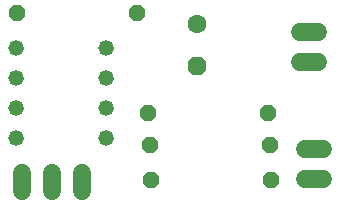
<source format=gbr>
G04 EAGLE Gerber RS-274X export*
G75*
%MOMM*%
%FSLAX34Y34*%
%LPD*%
%INTop Copper*%
%IPPOS*%
%AMOC8*
5,1,8,0,0,1.08239X$1,22.5*%
G01*
%ADD10P,1.732040X8X292.500000*%
%ADD11C,1.600200*%
%ADD12C,1.320800*%
%ADD13P,1.429621X8X202.500000*%
%ADD14P,1.429621X8X22.500000*%
%ADD15C,1.524000*%


D10*
X174321Y132231D03*
D11*
X174321Y167791D03*
D12*
X97234Y71448D03*
X97234Y96848D03*
X21034Y96848D03*
X21034Y71448D03*
X97234Y122248D03*
X97234Y147648D03*
X21034Y122248D03*
X21034Y147648D03*
D13*
X122756Y177163D03*
X21156Y177163D03*
D14*
X132246Y92286D03*
X233846Y92286D03*
D13*
X235495Y64973D03*
X133895Y64973D03*
X236479Y35748D03*
X134879Y35748D03*
D15*
X265751Y36183D02*
X280991Y36183D01*
X280991Y61583D02*
X265751Y61583D01*
X76736Y41348D02*
X76736Y26108D01*
X51336Y26108D02*
X51336Y41348D01*
X25936Y41348D02*
X25936Y26108D01*
X261465Y161203D02*
X276705Y161203D01*
X276705Y135803D02*
X261465Y135803D01*
M02*

</source>
